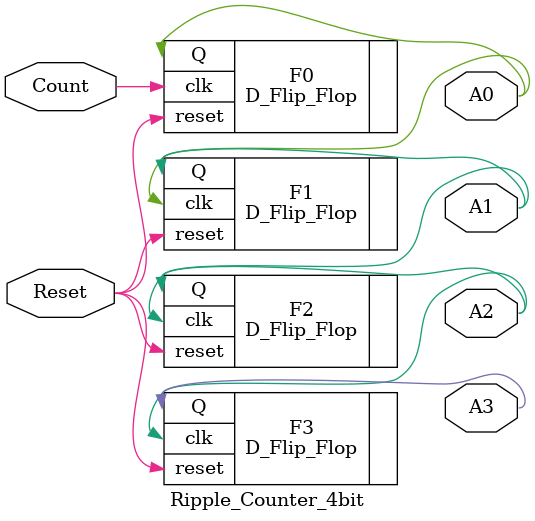
<source format=v>
`timescale 1ns / 1ps

module Ripple_Counter_4bit(
    output A3,A2,A1,A0,
    input Count,Reset
    );
    D_Flip_Flop F0(.Q(A0),.clk(Count),.reset(Reset));
    D_Flip_Flop F1(.Q(A1),.clk(A0),.reset(Reset));
    D_Flip_Flop F2(.Q(A2),.clk(A1),.reset(Reset));
    D_Flip_Flop F3(.Q(A3),.clk(A2),.reset(Reset)); 
endmodule

</source>
